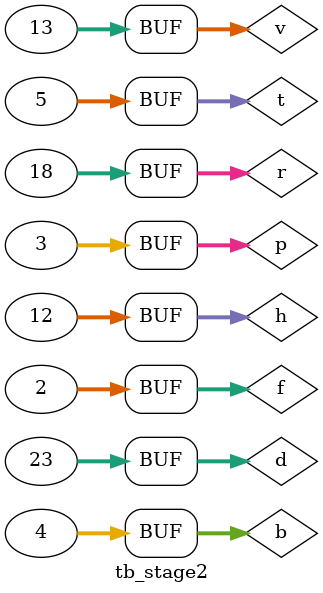
<source format=v>

module tb_stage2();
reg [31:0] p,b,d,r,t,f,h,v;
wire [31:0] x0r,x0i,x1r,x1i,x2r,x2i,x3r,x3i,x4r,x4i,x5r,x5i,x6r,x6i,x7r,x7i;

stage2 s2(x0r,x0i,x1r,x1i,x2r,x2i,x3r,x3i,x4r,x4i,x5r,x5i,x6r,x6i,x7r,x7i,p,b,d,r,t,f,h,v);

initial
begin
p=3;
b=4;
d=23;
r=18;
t=5;
f=2;
h=12;
v=13;

$monitor("y0r=%b y0i=%b \n y1r=%b y1i=%b \n y2r=%b y2i=%b \n y3r=%b y3i=%b\n y4r=%b y4i=%b \n y5r=%b y5i=%b \n y6r=%b y6i=%b \n y7r=%b y7i=%b\n ",x0r,x0i,x1r,x1i,x2r,x2i,x3r,x3i,x4r,x4i,x5r,x5i,x6r,x6i,x7r,x7i);

//$monitor("y4r=%b y4i=%b",y4r,y4i);
//$monitor("y5r=%b y5i=%b",y5r,y5i);
//$monitor("y6r=%b y6i=%b",y6r,y6i);
//$monitor("y7r=%b y7i=%b",y7r,y7i);

end
endmodule

</source>
